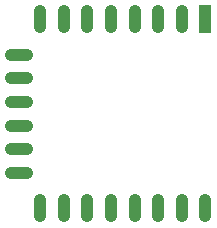
<source format=gbr>
G04 #@! TF.GenerationSoftware,KiCad,Pcbnew,(5.1.7-0-10_14)*
G04 #@! TF.CreationDate,2020-11-17T17:39:49+01:00*
G04 #@! TF.ProjectId,Pilot_Wire_v1,50696c6f-745f-4576-9972-655f76312e6b,1.0*
G04 #@! TF.SameCoordinates,Original*
G04 #@! TF.FileFunction,Paste,Top*
G04 #@! TF.FilePolarity,Positive*
%FSLAX46Y46*%
G04 Gerber Fmt 4.6, Leading zero omitted, Abs format (unit mm)*
G04 Created by KiCad (PCBNEW (5.1.7-0-10_14)) date 2020-11-17 17:39:49*
%MOMM*%
%LPD*%
G01*
G04 APERTURE LIST*
%ADD10O,1.100000X2.400000*%
%ADD11R,1.100000X2.400000*%
%ADD12O,2.400000X1.100000*%
G04 APERTURE END LIST*
D10*
X157480000Y-65150000D03*
X155480000Y-65150000D03*
X153480000Y-65150000D03*
X151480000Y-65150000D03*
X149480000Y-65150000D03*
X147480000Y-65150000D03*
X145480000Y-65150000D03*
X143480000Y-65150000D03*
X143480000Y-49150000D03*
X145480000Y-49150000D03*
X147480000Y-49150000D03*
X149480000Y-49150000D03*
X151480000Y-49150000D03*
X153480000Y-49150000D03*
X155480000Y-49150000D03*
D11*
X157480000Y-49150000D03*
D12*
X141730000Y-62140000D03*
X141730000Y-60140000D03*
X141730000Y-58140000D03*
X141730000Y-56140000D03*
X141730000Y-54140000D03*
X141730000Y-52140000D03*
M02*

</source>
